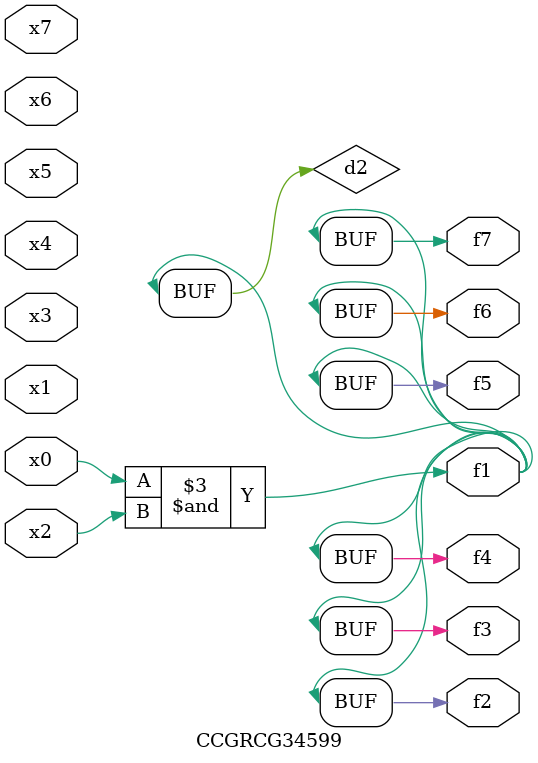
<source format=v>
module CCGRCG34599(
	input x0, x1, x2, x3, x4, x5, x6, x7,
	output f1, f2, f3, f4, f5, f6, f7
);

	wire d1, d2;

	nor (d1, x3, x6);
	and (d2, x0, x2);
	assign f1 = d2;
	assign f2 = d2;
	assign f3 = d2;
	assign f4 = d2;
	assign f5 = d2;
	assign f6 = d2;
	assign f7 = d2;
endmodule

</source>
